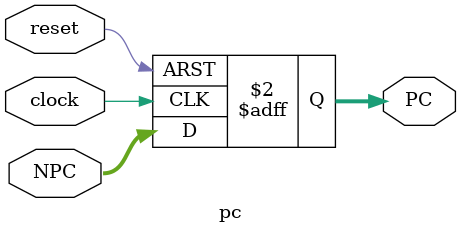
<source format=v>
module pc (NPC, clock, reset, PC);

    input   [31:0] NPC;     // npc
    input          clock;     // clock signal
    input          reset;     // reset
    output  [31:0] PC;

    reg     [31:0] PC;      // assign as a register

    parameter initial_address = 32'h0000_3000;

    always @(posedge clock or posedge reset) 
    begin
        if (reset)
            PC <= initial_address;
        else
            PC <= NPC;
    end

endmodule //pc
</source>
